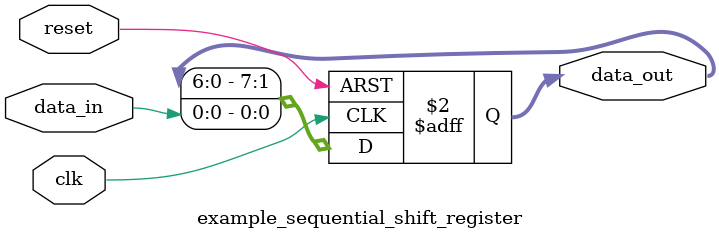
<source format=v>
module example_sequential_shift_register(input wire clk, input wire reset, input wire [7:0] data_in, output reg [7:0] data_out);

always @(posedge clk or posedge reset) begin
    if (reset)
        data_out <= 8'b00000000;
    else
        data_out <= {data_out[6:0], data_in[0]};
end

endmodule

</source>
